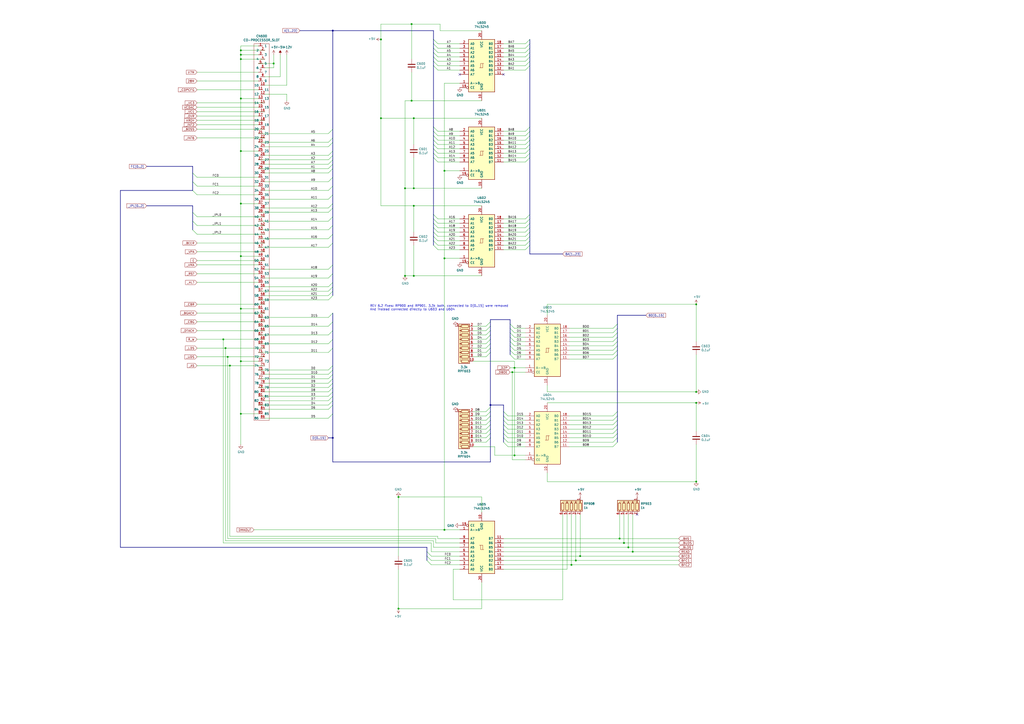
<source format=kicad_sch>
(kicad_sch (version 20230121) (generator eeschema)
  (paper "A2")
  (title_block (date "07/06/1987") (rev "6.2-a") (company "Commodore") (comment 1 "Drawn by: Dave Haynie") (comment 2 "Used on: A2000-CR") (comment 3 "Next Assy: 312725") (comment 4 "Assy: 312721"))
  (junction (at 234.95 160.02))
  (junction (at 297.18 215.9))
  (junction (at 257.81 307.34))
  (junction (at 139.7 240.03))
  (junction (at 403.86 176.53))
  (junction (at 240.03 109.22))
  (junction (at 403.86 279.4))
  (junction (at 231.14 353.06))
  (junction (at 133.35 212.09))
  (junction (at 139.7 118.11))
  (junction (at 158.75 36.83))
  (junction (at 361.95 314.96))
  (junction (at 334.01 325.12))
  (junction (at 139.7 179.07))
  (junction (at 234.95 109.22))
  (junction (at 240.03 68.58))
  (junction (at 130.81 201.93))
  (junction (at 129.54 196.85))
  (junction (at 257.81 149.86))
  (junction (at 193.04 254))
  (junction (at 238.76 13.97))
  (junction (at 193.04 17.78))
  (junction (at 139.7 148.59))
  (junction (at 139.7 209.55))
  (junction (at 139.7 57.15))
  (junction (at 403.86 227.33))
  (junction (at 139.7 29.21))
  (junction (at 367.03 320.04))
  (junction (at 240.03 119.38))
  (junction (at 331.47 327.66))
  (junction (at 359.41 312.42))
  (junction (at 284.48 234.95))
  (junction (at 298.45 213.36))
  (junction (at 298.45 264.16))
  (junction (at 403.86 233.68))
  (junction (at 139.7 34.29))
  (junction (at 220.98 22.86))
  (junction (at 240.03 160.02))
  (junction (at 139.7 31.75))
  (junction (at 364.49 317.5))
  (junction (at 220.98 68.58))
  (junction (at 238.76 58.42))
  (junction (at 336.55 322.58))
  (junction (at 231.14 288.29))
  (junction (at 132.08 207.01))
  (junction (at 257.81 99.06))
  (junction (at 139.7 87.63))
  (no_connect (at 369.57 298.45))
  (no_connect (at 292.1 43.18))
  (no_connect (at 266.7 43.18))
  (bus_entry (at 355.6 243.84) (size 2.54 -2.54))
  (bus_entry (at 304.8 40.64) (size 2.54 -2.54))
  (bus_entry (at 292.1 248.92) (size 2.54 2.54))
  (bus_entry (at 251.46 88.9) (size 2.54 2.54))
  (bus_entry (at 304.8 137.16) (size 2.54 -2.54))
  (bus_entry (at 190.5 120.65) (size 2.54 -2.54))
  (bus_entry (at 304.8 81.28) (size 2.54 -2.54))
  (bus_entry (at 292.1 251.46) (size 2.54 2.54))
  (bus_entry (at 295.91 193.04) (size 2.54 2.54))
  (bus_entry (at 190.5 156.21) (size 2.54 -2.54))
  (bus_entry (at 281.94 256.54) (size 2.54 -2.54))
  (bus_entry (at 281.94 189.23) (size 2.54 -2.54))
  (bus_entry (at 281.94 238.76) (size 2.54 -2.54))
  (bus_entry (at 304.8 129.54) (size 2.54 -2.54))
  (bus_entry (at 295.91 198.12) (size 2.54 2.54))
  (bus_entry (at 190.5 234.95) (size 2.54 -2.54))
  (bus_entry (at 247.65 322.58) (size 2.54 2.54))
  (bus_entry (at 111.76 123.19) (size 2.54 2.54))
  (bus_entry (at 111.76 133.35) (size 2.54 2.54))
  (bus_entry (at 281.94 201.93) (size 2.54 -2.54))
  (bus_entry (at 251.46 139.7) (size 2.54 2.54))
  (bus_entry (at 304.8 83.82) (size 2.54 -2.54))
  (bus_entry (at 190.5 92.71) (size 2.54 -2.54))
  (bus_entry (at 251.46 83.82) (size 2.54 2.54))
  (bus_entry (at 355.6 259.08) (size 2.54 -2.54))
  (bus_entry (at 355.6 190.5) (size 2.54 -2.54))
  (bus_entry (at 190.5 219.71) (size 2.54 -2.54))
  (bus_entry (at 251.46 73.66) (size 2.54 2.54))
  (bus_entry (at 355.6 251.46) (size 2.54 -2.54))
  (bus_entry (at 304.8 25.4) (size 2.54 -2.54))
  (bus_entry (at 304.8 139.7) (size 2.54 -2.54))
  (bus_entry (at 292.1 256.54) (size 2.54 2.54))
  (bus_entry (at 292.1 241.3) (size 2.54 2.54))
  (bus_entry (at 251.46 35.56) (size 2.54 2.54))
  (bus_entry (at 190.5 123.19) (size 2.54 -2.54))
  (bus_entry (at 251.46 127) (size 2.54 2.54))
  (bus_entry (at 304.8 127) (size 2.54 -2.54))
  (bus_entry (at 355.6 198.12) (size 2.54 -2.54))
  (bus_entry (at 190.5 222.25) (size 2.54 -2.54))
  (bus_entry (at 190.5 199.39) (size 2.54 -2.54))
  (bus_entry (at 355.6 208.28) (size 2.54 -2.54))
  (bus_entry (at 190.5 171.45) (size 2.54 -2.54))
  (bus_entry (at 304.8 76.2) (size 2.54 -2.54))
  (bus_entry (at 281.94 251.46) (size 2.54 -2.54))
  (bus_entry (at 190.5 184.15) (size 2.54 -2.54))
  (bus_entry (at 304.8 91.44) (size 2.54 -2.54))
  (bus_entry (at 355.6 246.38) (size 2.54 -2.54))
  (bus_entry (at 251.46 78.74) (size 2.54 2.54))
  (bus_entry (at 190.5 138.43) (size 2.54 -2.54))
  (bus_entry (at 190.5 115.57) (size 2.54 -2.54))
  (bus_entry (at 251.46 38.1) (size 2.54 2.54))
  (bus_entry (at 190.5 110.49) (size 2.54 -2.54))
  (bus_entry (at 190.5 168.91) (size 2.54 -2.54))
  (bus_entry (at 251.46 129.54) (size 2.54 2.54))
  (bus_entry (at 190.5 100.33) (size 2.54 -2.54))
  (bus_entry (at 355.6 254) (size 2.54 -2.54))
  (bus_entry (at 190.5 189.23) (size 2.54 -2.54))
  (bus_entry (at 295.91 203.2) (size 2.54 2.54))
  (bus_entry (at 295.91 187.96) (size 2.54 2.54))
  (bus_entry (at 281.94 248.92) (size 2.54 -2.54))
  (bus_entry (at 281.94 191.77) (size 2.54 -2.54))
  (bus_entry (at 190.5 143.51) (size 2.54 -2.54))
  (bus_entry (at 251.46 142.24) (size 2.54 2.54))
  (bus_entry (at 190.5 214.63) (size 2.54 -2.54))
  (bus_entry (at 190.5 95.25) (size 2.54 -2.54))
  (bus_entry (at 304.8 35.56) (size 2.54 -2.54))
  (bus_entry (at 190.5 166.37) (size 2.54 -2.54))
  (bus_entry (at 251.46 81.28) (size 2.54 2.54))
  (bus_entry (at 304.8 78.74) (size 2.54 -2.54))
  (bus_entry (at 292.1 246.38) (size 2.54 2.54))
  (bus_entry (at 251.46 91.44) (size 2.54 2.54))
  (bus_entry (at 247.65 325.12) (size 2.54 2.54))
  (bus_entry (at 281.94 241.3) (size 2.54 -2.54))
  (bus_entry (at 304.8 142.24) (size 2.54 -2.54))
  (bus_entry (at 295.91 205.74) (size 2.54 2.54))
  (bus_entry (at 281.94 207.01) (size 2.54 -2.54))
  (bus_entry (at 304.8 88.9) (size 2.54 -2.54))
  (bus_entry (at 251.46 132.08) (size 2.54 2.54))
  (bus_entry (at 190.5 85.09) (size 2.54 -2.54))
  (bus_entry (at 190.5 77.47) (size 2.54 -2.54))
  (bus_entry (at 281.94 194.31) (size 2.54 -2.54))
  (bus_entry (at 251.46 33.02) (size 2.54 2.54))
  (bus_entry (at 251.46 22.86) (size 2.54 2.54))
  (bus_entry (at 304.8 30.48) (size 2.54 -2.54))
  (bus_entry (at 355.6 256.54) (size 2.54 -2.54))
  (bus_entry (at 190.5 173.99) (size 2.54 -2.54))
  (bus_entry (at 281.94 204.47) (size 2.54 -2.54))
  (bus_entry (at 190.5 217.17) (size 2.54 -2.54))
  (bus_entry (at 190.5 90.17) (size 2.54 -2.54))
  (bus_entry (at 190.5 128.27) (size 2.54 -2.54))
  (bus_entry (at 295.91 200.66) (size 2.54 2.54))
  (bus_entry (at 355.6 203.2) (size 2.54 -2.54))
  (bus_entry (at 190.5 97.79) (size 2.54 -2.54))
  (bus_entry (at 355.6 248.92) (size 2.54 -2.54))
  (bus_entry (at 304.8 38.1) (size 2.54 -2.54))
  (bus_entry (at 251.46 124.46) (size 2.54 2.54))
  (bus_entry (at 190.5 133.35) (size 2.54 -2.54))
  (bus_entry (at 251.46 137.16) (size 2.54 2.54))
  (bus_entry (at 304.8 93.98) (size 2.54 -2.54))
  (bus_entry (at 295.91 190.5) (size 2.54 2.54))
  (bus_entry (at 281.94 196.85) (size 2.54 -2.54))
  (bus_entry (at 190.5 242.57) (size 2.54 -2.54))
  (bus_entry (at 251.46 25.4) (size 2.54 2.54))
  (bus_entry (at 111.76 110.49) (size 2.54 2.54))
  (bus_entry (at 190.5 227.33) (size 2.54 -2.54))
  (bus_entry (at 111.76 100.33) (size 2.54 2.54))
  (bus_entry (at 292.1 243.84) (size 2.54 2.54))
  (bus_entry (at 247.65 320.04) (size 2.54 2.54))
  (bus_entry (at 355.6 195.58) (size 2.54 -2.54))
  (bus_entry (at 190.5 224.79) (size 2.54 -2.54))
  (bus_entry (at 355.6 205.74) (size 2.54 -2.54))
  (bus_entry (at 190.5 237.49) (size 2.54 -2.54))
  (bus_entry (at 190.5 82.55) (size 2.54 -2.54))
  (bus_entry (at 355.6 193.04) (size 2.54 -2.54))
  (bus_entry (at 190.5 229.87) (size 2.54 -2.54))
  (bus_entry (at 304.8 144.78) (size 2.54 -2.54))
  (bus_entry (at 190.5 232.41) (size 2.54 -2.54))
  (bus_entry (at 251.46 27.94) (size 2.54 2.54))
  (bus_entry (at 355.6 241.3) (size 2.54 -2.54))
  (bus_entry (at 281.94 199.39) (size 2.54 -2.54))
  (bus_entry (at 292.1 254) (size 2.54 2.54))
  (bus_entry (at 111.76 105.41) (size 2.54 2.54))
  (bus_entry (at 251.46 30.48) (size 2.54 2.54))
  (bus_entry (at 281.94 254) (size 2.54 -2.54))
  (bus_entry (at 281.94 243.84) (size 2.54 -2.54))
  (bus_entry (at 304.8 27.94) (size 2.54 -2.54))
  (bus_entry (at 304.8 134.62) (size 2.54 -2.54))
  (bus_entry (at 251.46 86.36) (size 2.54 2.54))
  (bus_entry (at 295.91 195.58) (size 2.54 2.54))
  (bus_entry (at 292.1 238.76) (size 2.54 2.54))
  (bus_entry (at 190.5 161.29) (size 2.54 -2.54))
  (bus_entry (at 304.8 132.08) (size 2.54 -2.54))
  (bus_entry (at 190.5 194.31) (size 2.54 -2.54))
  (bus_entry (at 251.46 76.2) (size 2.54 2.54))
  (bus_entry (at 251.46 134.62) (size 2.54 2.54))
  (bus_entry (at 281.94 246.38) (size 2.54 -2.54))
  (bus_entry (at 190.5 204.47) (size 2.54 -2.54))
  (bus_entry (at 355.6 200.66) (size 2.54 -2.54))
  (bus_entry (at 190.5 105.41) (size 2.54 -2.54))
  (bus_entry (at 111.76 128.27) (size 2.54 2.54))
  (bus_entry (at 304.8 33.02) (size 2.54 -2.54))
  (bus_entry (at 304.8 86.36) (size 2.54 -2.54))
  (bus (pts (xy 307.34 88.9) (xy 307.34 91.44)))
  (wire (pts (xy 298.45 198.12) (xy 304.8 198.12)))
  (wire (pts (xy 153.67 186.69) (xy 114.3 186.69)))
  (wire (pts (xy 153.67 74.93) (xy 114.3 74.93)))
  (wire (pts (xy 266.7 139.7) (xy 254 139.7)))
  (wire (pts (xy 317.5 227.33) (xy 403.86 227.33)))
  (wire (pts (xy 254 312.42) (xy 254 311.15)))
  (bus (pts (xy 358.14 187.96) (xy 358.14 190.5)))
  (bus (pts (xy 358.14 190.5) (xy 358.14 193.04)))
  (wire (pts (xy 129.54 196.85) (xy 114.3 196.85)))
  (wire (pts (xy 257.81 149.86) (xy 266.7 149.86)))
  (wire (pts (xy 149.86 52.07) (xy 114.3 52.07)))
  (wire (pts (xy 292.1 30.48) (xy 304.8 30.48)))
  (bus (pts (xy 307.34 27.94) (xy 307.34 30.48)))
  (wire (pts (xy 153.67 161.29) (xy 190.5 161.29)))
  (wire (pts (xy 266.7 78.74) (xy 254 78.74)))
  (wire (pts (xy 266.7 325.12) (xy 250.19 325.12)))
  (wire (pts (xy 153.67 34.29) (xy 139.7 34.29)))
  (wire (pts (xy 149.86 143.51) (xy 190.5 143.51)))
  (wire (pts (xy 274.32 241.3) (xy 281.94 241.3)))
  (wire (pts (xy 331.47 327.66) (xy 393.7 327.66)))
  (bus (pts (xy 284.48 234.95) (xy 284.48 236.22)))
  (bus (pts (xy 307.34 139.7) (xy 307.34 142.24)))
  (wire (pts (xy 240.03 119.38) (xy 240.03 134.62)))
  (wire (pts (xy 317.5 182.88) (xy 317.5 176.53)))
  (bus (pts (xy 111.76 96.52) (xy 111.76 100.33)))
  (wire (pts (xy 317.5 279.4) (xy 403.86 279.4)))
  (bus (pts (xy 251.46 17.78) (xy 193.04 17.78)))
  (bus (pts (xy 193.04 181.61) (xy 193.04 186.69)))
  (wire (pts (xy 139.7 209.55) (xy 139.7 179.07)))
  (bus (pts (xy 284.48 185.42) (xy 284.48 186.69)))
  (wire (pts (xy 153.67 64.77) (xy 114.3 64.77)))
  (wire (pts (xy 149.86 102.87) (xy 114.3 102.87)))
  (bus (pts (xy 307.34 127) (xy 307.34 129.54)))
  (wire (pts (xy 149.86 26.67) (xy 139.7 26.67)))
  (wire (pts (xy 149.86 209.55) (xy 139.7 209.55)))
  (wire (pts (xy 292.1 27.94) (xy 304.8 27.94)))
  (wire (pts (xy 149.86 224.79) (xy 190.5 224.79)))
  (wire (pts (xy 330.2 256.54) (xy 355.6 256.54)))
  (wire (pts (xy 238.76 41.91) (xy 238.76 58.42)))
  (wire (pts (xy 166.37 54.61) (xy 166.37 58.42)))
  (wire (pts (xy 139.7 240.03) (xy 139.7 209.55)))
  (wire (pts (xy 292.1 76.2) (xy 304.8 76.2)))
  (bus (pts (xy 284.48 189.23) (xy 284.48 191.77)))
  (wire (pts (xy 274.32 251.46) (xy 281.94 251.46)))
  (wire (pts (xy 220.98 68.58) (xy 220.98 119.38)))
  (bus (pts (xy 307.34 81.28) (xy 307.34 83.82)))
  (bus (pts (xy 251.46 139.7) (xy 251.46 142.24)))
  (wire (pts (xy 279.4 58.42) (xy 238.76 58.42)))
  (wire (pts (xy 274.32 194.31) (xy 281.94 194.31)))
  (wire (pts (xy 292.1 91.44) (xy 304.8 91.44)))
  (bus (pts (xy 251.46 73.66) (xy 251.46 76.2)))
  (wire (pts (xy 294.64 246.38) (xy 304.8 246.38)))
  (wire (pts (xy 330.2 259.08) (xy 355.6 259.08)))
  (wire (pts (xy 298.45 200.66) (xy 304.8 200.66)))
  (wire (pts (xy 266.7 76.2) (xy 254 76.2)))
  (wire (pts (xy 153.67 171.45) (xy 190.5 171.45)))
  (bus (pts (xy 193.04 222.25) (xy 193.04 224.79)))
  (bus (pts (xy 193.04 229.87) (xy 193.04 232.41)))
  (wire (pts (xy 274.32 196.85) (xy 281.94 196.85)))
  (wire (pts (xy 153.67 222.25) (xy 190.5 222.25)))
  (wire (pts (xy 266.7 312.42) (xy 254 312.42)))
  (bus (pts (xy 307.34 142.24) (xy 307.34 147.32)))
  (bus (pts (xy 111.76 123.19) (xy 111.76 128.27)))
  (bus (pts (xy 292.1 241.3) (xy 292.1 243.84)))
  (wire (pts (xy 139.7 31.75) (xy 139.7 29.21)))
  (bus (pts (xy 251.46 91.44) (xy 251.46 124.46)))
  (bus (pts (xy 358.14 205.74) (xy 358.14 238.76)))
  (wire (pts (xy 294.64 251.46) (xy 304.8 251.46)))
  (wire (pts (xy 294.64 256.54) (xy 304.8 256.54)))
  (wire (pts (xy 153.67 135.89) (xy 114.3 135.89)))
  (bus (pts (xy 284.48 194.31) (xy 284.48 196.85)))
  (wire (pts (xy 255.27 13.97) (xy 238.76 13.97)))
  (wire (pts (xy 294.64 259.08) (xy 304.8 259.08)))
  (bus (pts (xy 251.46 83.82) (xy 251.46 86.36)))
  (wire (pts (xy 130.81 313.69) (xy 130.81 201.93)))
  (bus (pts (xy 193.04 168.91) (xy 193.04 171.45)))
  (bus (pts (xy 251.46 35.56) (xy 251.46 38.1)))
  (wire (pts (xy 287.02 264.16) (xy 298.45 264.16)))
  (wire (pts (xy 330.2 208.28) (xy 355.6 208.28)))
  (bus (pts (xy 284.48 185.42) (xy 295.91 185.42)))
  (wire (pts (xy 292.1 83.82) (xy 304.8 83.82)))
  (wire (pts (xy 330.2 198.12) (xy 355.6 198.12)))
  (bus (pts (xy 284.48 199.39) (xy 284.48 201.93)))
  (wire (pts (xy 317.5 233.68) (xy 403.86 233.68)))
  (wire (pts (xy 158.75 36.83) (xy 158.75 31.75)))
  (bus (pts (xy 358.14 251.46) (xy 358.14 254)))
  (wire (pts (xy 262.89 347.98) (xy 326.39 347.98)))
  (wire (pts (xy 149.86 153.67) (xy 114.3 153.67)))
  (wire (pts (xy 153.67 242.57) (xy 190.5 242.57)))
  (wire (pts (xy 292.1 137.16) (xy 304.8 137.16)))
  (wire (pts (xy 298.45 205.74) (xy 304.8 205.74)))
  (wire (pts (xy 114.3 62.23) (xy 149.86 62.23)))
  (bus (pts (xy 111.76 119.38) (xy 85.09 119.38)))
  (wire (pts (xy 238.76 34.29) (xy 238.76 13.97)))
  (wire (pts (xy 139.7 87.63) (xy 139.7 57.15)))
  (wire (pts (xy 292.1 139.7) (xy 304.8 139.7)))
  (wire (pts (xy 153.67 120.65) (xy 190.5 120.65)))
  (wire (pts (xy 238.76 58.42) (xy 234.95 58.42)))
  (wire (pts (xy 149.86 46.99) (xy 114.3 46.99)))
  (bus (pts (xy 193.04 80.01) (xy 193.04 82.55)))
  (bus (pts (xy 284.48 246.38) (xy 284.48 248.92)))
  (wire (pts (xy 266.7 27.94) (xy 254 27.94)))
  (wire (pts (xy 132.08 312.42) (xy 132.08 207.01)))
  (bus (pts (xy 307.34 30.48) (xy 307.34 33.02)))
  (wire (pts (xy 274.32 207.01) (xy 281.94 207.01)))
  (wire (pts (xy 240.03 109.22) (xy 279.4 109.22)))
  (wire (pts (xy 149.86 123.19) (xy 190.5 123.19)))
  (wire (pts (xy 149.86 179.07) (xy 139.7 179.07)))
  (bus (pts (xy 251.46 124.46) (xy 251.46 127)))
  (wire (pts (xy 149.86 107.95) (xy 114.3 107.95)))
  (bus (pts (xy 295.91 198.12) (xy 295.91 200.66)))
  (wire (pts (xy 287.02 259.08) (xy 287.02 264.16)))
  (bus (pts (xy 193.04 102.87) (xy 193.04 107.95)))
  (wire (pts (xy 252.73 314.96) (xy 252.73 312.42)))
  (wire (pts (xy 220.98 68.58) (xy 240.03 68.58)))
  (bus (pts (xy 251.46 78.74) (xy 251.46 81.28)))
  (wire (pts (xy 139.7 118.11) (xy 139.7 87.63)))
  (wire (pts (xy 250.19 320.04) (xy 250.19 314.96)))
  (wire (pts (xy 153.67 59.69) (xy 114.3 59.69)))
  (wire (pts (xy 330.2 246.38) (xy 355.6 246.38)))
  (wire (pts (xy 149.86 214.63) (xy 190.5 214.63)))
  (bus (pts (xy 358.14 243.84) (xy 358.14 246.38)))
  (wire (pts (xy 149.86 168.91) (xy 190.5 168.91)))
  (wire (pts (xy 403.86 233.68) (xy 403.86 250.19)))
  (wire (pts (xy 294.64 248.92) (xy 304.8 248.92)))
  (wire (pts (xy 231.14 288.29) (xy 231.14 322.58)))
  (wire (pts (xy 292.1 81.28) (xy 304.8 81.28)))
  (bus (pts (xy 284.48 201.93) (xy 284.48 204.47)))
  (bus (pts (xy 251.46 25.4) (xy 251.46 27.94)))
  (bus (pts (xy 307.34 76.2) (xy 307.34 78.74)))
  (bus (pts (xy 193.04 224.79) (xy 193.04 227.33)))
  (wire (pts (xy 257.81 307.34) (xy 147.32 307.34)))
  (wire (pts (xy 334.01 325.12) (xy 393.7 325.12)))
  (wire (pts (xy 149.86 87.63) (xy 139.7 87.63)))
  (wire (pts (xy 364.49 317.5) (xy 393.7 317.5)))
  (wire (pts (xy 266.7 127) (xy 254 127)))
  (wire (pts (xy 274.32 199.39) (xy 281.94 199.39)))
  (bus (pts (xy 251.46 137.16) (xy 251.46 139.7)))
  (bus (pts (xy 295.91 193.04) (xy 295.91 195.58)))
  (bus (pts (xy 307.34 91.44) (xy 307.34 124.46)))
  (wire (pts (xy 240.03 68.58) (xy 279.4 68.58)))
  (wire (pts (xy 153.67 85.09) (xy 190.5 85.09)))
  (wire (pts (xy 279.4 353.06) (xy 279.4 337.82)))
  (wire (pts (xy 336.55 322.58) (xy 336.55 298.45)))
  (wire (pts (xy 359.41 312.42) (xy 359.41 298.45)))
  (bus (pts (xy 111.76 119.38) (xy 111.76 123.19)))
  (wire (pts (xy 266.7 93.98) (xy 254 93.98)))
  (bus (pts (xy 358.14 182.88) (xy 358.14 187.96)))
  (bus (pts (xy 193.04 201.93) (xy 193.04 212.09)))
  (wire (pts (xy 266.7 317.5) (xy 251.46 317.5)))
  (bus (pts (xy 358.14 246.38) (xy 358.14 248.92)))
  (bus (pts (xy 358.14 254) (xy 358.14 256.54)))
  (bus (pts (xy 193.04 140.97) (xy 193.04 153.67)))
  (bus (pts (xy 295.91 195.58) (xy 295.91 198.12)))
  (wire (pts (xy 330.2 193.04) (xy 355.6 193.04)))
  (wire (pts (xy 149.86 240.03) (xy 139.7 240.03)))
  (wire (pts (xy 298.45 190.5) (xy 304.8 190.5)))
  (wire (pts (xy 139.7 179.07) (xy 139.7 148.59)))
  (bus (pts (xy 193.04 254) (xy 193.04 267.97)))
  (bus (pts (xy 111.76 128.27) (xy 111.76 133.35)))
  (wire (pts (xy 266.7 137.16) (xy 254 137.16)))
  (wire (pts (xy 294.64 254) (xy 304.8 254)))
  (wire (pts (xy 149.86 148.59) (xy 139.7 148.59)))
  (bus (pts (xy 251.46 38.1) (xy 251.46 73.66)))
  (bus (pts (xy 292.1 243.84) (xy 292.1 246.38)))
  (wire (pts (xy 129.54 314.96) (xy 129.54 196.85)))
  (wire (pts (xy 149.86 113.03) (xy 114.3 113.03)))
  (wire (pts (xy 153.67 166.37) (xy 190.5 166.37)))
  (wire (pts (xy 292.1 325.12) (xy 334.01 325.12)))
  (wire (pts (xy 274.32 259.08) (xy 287.02 259.08)))
  (wire (pts (xy 266.7 132.08) (xy 254 132.08)))
  (wire (pts (xy 240.03 119.38) (xy 279.4 119.38)))
  (wire (pts (xy 149.86 82.55) (xy 190.5 82.55)))
  (wire (pts (xy 334.01 325.12) (xy 334.01 298.45)))
  (bus (pts (xy 193.04 227.33) (xy 193.04 229.87)))
  (wire (pts (xy 292.1 40.64) (xy 304.8 40.64)))
  (wire (pts (xy 153.67 100.33) (xy 190.5 100.33)))
  (bus (pts (xy 292.1 248.92) (xy 292.1 251.46)))
  (wire (pts (xy 297.18 215.9) (xy 297.18 266.7)))
  (bus (pts (xy 284.48 251.46) (xy 284.48 254)))
  (bus (pts (xy 284.48 204.47) (xy 284.48 234.95)))
  (bus (pts (xy 193.04 74.93) (xy 193.04 80.01)))
  (wire (pts (xy 240.03 142.24) (xy 240.03 160.02)))
  (wire (pts (xy 266.7 33.02) (xy 254 33.02)))
  (bus (pts (xy 193.04 125.73) (xy 193.04 130.81)))
  (wire (pts (xy 298.45 195.58) (xy 304.8 195.58)))
  (wire (pts (xy 330.2 243.84) (xy 355.6 243.84)))
  (wire (pts (xy 231.14 353.06) (xy 279.4 353.06)))
  (bus (pts (xy 193.04 166.37) (xy 193.04 168.91)))
  (bus (pts (xy 292.1 238.76) (xy 292.1 241.3)))
  (wire (pts (xy 403.86 257.81) (xy 403.86 279.4)))
  (wire (pts (xy 220.98 13.97) (xy 220.98 22.86)))
  (wire (pts (xy 153.67 110.49) (xy 190.5 110.49)))
  (wire (pts (xy 274.32 189.23) (xy 281.94 189.23)))
  (wire (pts (xy 153.67 140.97) (xy 114.3 140.97)))
  (bus (pts (xy 358.14 193.04) (xy 358.14 195.58)))
  (wire (pts (xy 266.7 40.64) (xy 254 40.64)))
  (wire (pts (xy 133.35 212.09) (xy 114.3 212.09)))
  (wire (pts (xy 220.98 119.38) (xy 240.03 119.38)))
  (wire (pts (xy 153.67 212.09) (xy 133.35 212.09)))
  (bus (pts (xy 251.46 33.02) (xy 251.46 35.56)))
  (wire (pts (xy 149.86 57.15) (xy 139.7 57.15)))
  (wire (pts (xy 330.2 200.66) (xy 355.6 200.66)))
  (wire (pts (xy 149.86 234.95) (xy 190.5 234.95)))
  (bus (pts (xy 193.04 17.78) (xy 193.04 74.93)))
  (wire (pts (xy 257.81 99.06) (xy 266.7 99.06)))
  (wire (pts (xy 317.5 176.53) (xy 403.86 176.53)))
  (wire (pts (xy 298.45 264.16) (xy 304.8 264.16)))
  (wire (pts (xy 403.86 205.74) (xy 403.86 227.33)))
  (wire (pts (xy 149.86 97.79) (xy 190.5 97.79)))
  (wire (pts (xy 149.86 77.47) (xy 190.5 77.47)))
  (wire (pts (xy 298.45 209.55) (xy 298.45 213.36)))
  (wire (pts (xy 336.55 322.58) (xy 393.7 322.58)))
  (bus (pts (xy 284.48 254) (xy 284.48 267.97)))
  (wire (pts (xy 274.32 248.92) (xy 281.94 248.92)))
  (wire (pts (xy 139.7 34.29) (xy 139.7 31.75)))
  (wire (pts (xy 139.7 26.67) (xy 139.7 29.21)))
  (wire (pts (xy 274.32 204.47) (xy 281.94 204.47)))
  (bus (pts (xy 193.04 212.09) (xy 193.04 214.63)))
  (wire (pts (xy 292.1 320.04) (xy 367.03 320.04)))
  (bus (pts (xy 358.14 195.58) (xy 358.14 198.12)))
  (wire (pts (xy 295.91 213.36) (xy 298.45 213.36)))
  (bus (pts (xy 292.1 254) (xy 292.1 256.54)))
  (bus (pts (xy 307.34 78.74) (xy 307.34 81.28)))
  (wire (pts (xy 262.89 330.2) (xy 262.89 347.98)))
  (wire (pts (xy 326.39 347.98) (xy 326.39 298.45)))
  (bus (pts (xy 307.34 35.56) (xy 307.34 38.1)))
  (wire (pts (xy 274.32 243.84) (xy 281.94 243.84)))
  (wire (pts (xy 361.95 314.96) (xy 393.7 314.96)))
  (wire (pts (xy 257.81 99.06) (xy 257.81 149.86)))
  (wire (pts (xy 298.45 193.04) (xy 304.8 193.04)))
  (bus (pts (xy 193.04 267.97) (xy 284.48 267.97)))
  (wire (pts (xy 266.7 320.04) (xy 250.19 320.04)))
  (bus (pts (xy 193.04 232.41) (xy 193.04 234.95)))
  (bus (pts (xy 247.65 317.5) (xy 247.65 320.04)))
  (wire (pts (xy 251.46 313.69) (xy 130.81 313.69)))
  (wire (pts (xy 149.86 173.99) (xy 190.5 173.99)))
  (wire (pts (xy 149.86 92.71) (xy 190.5 92.71)))
  (bus (pts (xy 358.14 203.2) (xy 358.14 205.74)))
  (bus (pts (xy 193.04 196.85) (xy 193.04 201.93)))
  (wire (pts (xy 367.03 320.04) (xy 393.7 320.04)))
  (wire (pts (xy 292.1 330.2) (xy 328.93 330.2)))
  (wire (pts (xy 133.35 311.15) (xy 133.35 212.09)))
  (bus (pts (xy 247.65 317.5) (xy 69.85 317.5)))
  (wire (pts (xy 240.03 160.02) (xy 234.95 160.02)))
  (wire (pts (xy 166.37 49.53) (xy 166.37 31.75)))
  (bus (pts (xy 251.46 129.54) (xy 251.46 132.08)))
  (bus (pts (xy 307.34 38.1) (xy 307.34 73.66)))
  (wire (pts (xy 294.64 243.84) (xy 304.8 243.84)))
  (bus (pts (xy 358.14 248.92) (xy 358.14 251.46)))
  (wire (pts (xy 266.7 25.4) (xy 254 25.4)))
  (bus (pts (xy 193.04 82.55) (xy 193.04 87.63)))
  (wire (pts (xy 292.1 322.58) (xy 336.55 322.58)))
  (wire (pts (xy 153.67 95.25) (xy 190.5 95.25)))
  (wire (pts (xy 361.95 314.96) (xy 361.95 298.45)))
  (wire (pts (xy 279.4 288.29) (xy 231.14 288.29)))
  (wire (pts (xy 294.64 241.3) (xy 304.8 241.3)))
  (bus (pts (xy 292.1 246.38) (xy 292.1 248.92)))
  (bus (pts (xy 251.46 76.2) (xy 251.46 78.74)))
  (wire (pts (xy 149.86 199.39) (xy 190.5 199.39)))
  (wire (pts (xy 292.1 142.24) (xy 304.8 142.24)))
  (bus (pts (xy 251.46 22.86) (xy 251.46 25.4)))
  (wire (pts (xy 292.1 327.66) (xy 331.47 327.66)))
  (bus (pts (xy 193.04 158.75) (xy 193.04 163.83)))
  (wire (pts (xy 153.67 207.01) (xy 132.08 207.01)))
  (wire (pts (xy 139.7 148.59) (xy 139.7 118.11)))
  (wire (pts (xy 266.7 30.48) (xy 254 30.48)))
  (bus (pts (xy 193.04 87.63) (xy 193.04 90.17)))
  (wire (pts (xy 330.2 190.5) (xy 355.6 190.5)))
  (wire (pts (xy 153.67 49.53) (xy 166.37 49.53)))
  (wire (pts (xy 274.32 209.55) (xy 298.45 209.55)))
  (wire (pts (xy 153.67 201.93) (xy 130.81 201.93)))
  (wire (pts (xy 255.27 17.78) (xy 255.27 13.97)))
  (wire (pts (xy 149.86 229.87) (xy 190.5 229.87)))
  (bus (pts (xy 69.85 110.49) (xy 111.76 110.49)))
  (wire (pts (xy 266.7 144.78) (xy 254 144.78)))
  (bus (pts (xy 284.48 236.22) (xy 284.48 238.76)))
  (wire (pts (xy 274.32 256.54) (xy 281.94 256.54)))
  (wire (pts (xy 153.67 105.41) (xy 190.5 105.41)))
  (wire (pts (xy 114.3 72.39) (xy 149.86 72.39)))
  (bus (pts (xy 307.34 25.4) (xy 307.34 27.94)))
  (wire (pts (xy 240.03 68.58) (xy 240.03 83.82)))
  (wire (pts (xy 251.46 317.5) (xy 251.46 313.69)))
  (wire (pts (xy 149.86 219.71) (xy 190.5 219.71)))
  (bus (pts (xy 193.04 254) (xy 190.5 254)))
  (wire (pts (xy 266.7 129.54) (xy 254 129.54)))
  (bus (pts (xy 307.34 83.82) (xy 307.34 86.36)))
  (wire (pts (xy 149.86 194.31) (xy 190.5 194.31)))
  (bus (pts (xy 193.04 219.71) (xy 193.04 222.25)))
  (wire (pts (xy 297.18 266.7) (xy 304.8 266.7)))
  (wire (pts (xy 359.41 312.42) (xy 393.7 312.42)))
  (bus (pts (xy 251.46 88.9) (xy 251.46 91.44)))
  (wire (pts (xy 153.67 217.17) (xy 190.5 217.17)))
  (wire (pts (xy 281.94 238.76) (xy 274.32 238.76)))
  (wire (pts (xy 149.86 128.27) (xy 190.5 128.27)))
  (wire (pts (xy 238.76 13.97) (xy 220.98 13.97)))
  (wire (pts (xy 292.1 78.74) (xy 304.8 78.74)))
  (wire (pts (xy 266.7 322.58) (xy 250.19 322.58)))
  (bus (pts (xy 251.46 127) (xy 251.46 129.54)))
  (wire (pts (xy 298.45 203.2) (xy 304.8 203.2)))
  (wire (pts (xy 292.1 127) (xy 304.8 127)))
  (wire (pts (xy 328.93 330.2) (xy 328.93 298.45)))
  (wire (pts (xy 295.91 215.9) (xy 297.18 215.9)))
  (bus (pts (xy 295.91 200.66) (xy 295.91 203.2)))
  (wire (pts (xy 234.95 160.02) (xy 234.95 109.22)))
  (wire (pts (xy 266.7 48.26) (xy 257.81 48.26)))
  (wire (pts (xy 139.7 240.03) (xy 139.7 257.81)))
  (wire (pts (xy 240.03 91.44) (xy 240.03 109.22)))
  (bus (pts (xy 284.48 241.3) (xy 284.48 243.84)))
  (wire (pts (xy 297.18 215.9) (xy 304.8 215.9)))
  (wire (pts (xy 274.32 201.93) (xy 281.94 201.93)))
  (bus (pts (xy 358.14 241.3) (xy 358.14 243.84)))
  (wire (pts (xy 292.1 93.98) (xy 304.8 93.98)))
  (wire (pts (xy 266.7 307.34) (xy 257.81 307.34)))
  (wire (pts (xy 153.67 181.61) (xy 114.3 181.61)))
  (wire (pts (xy 153.67 237.49) (xy 190.5 237.49)))
  (bus (pts (xy 193.04 118.11) (xy 193.04 120.65)))
  (wire (pts (xy 279.4 17.78) (xy 255.27 17.78)))
  (wire (pts (xy 220.98 22.86) (xy 220.98 68.58)))
  (bus (pts (xy 193.04 214.63) (xy 193.04 217.17)))
  (wire (pts (xy 266.7 327.66) (xy 250.19 327.66)))
  (bus (pts (xy 284.48 248.92) (xy 284.48 251.46)))
  (bus (pts (xy 173.99 17.78) (xy 193.04 17.78)))
  (bus (pts (xy 193.04 97.79) (xy 193.04 102.87)))
  (wire (pts (xy 139.7 57.15) (xy 139.7 34.29)))
  (wire (pts (xy 292.1 144.78) (xy 304.8 144.78)))
  (wire (pts (xy 149.86 184.15) (xy 190.5 184.15)))
  (bus (pts (xy 251.46 30.48) (xy 251.46 33.02)))
  (wire (pts (xy 158.75 39.37) (xy 158.75 36.83)))
  (wire (pts (xy 149.86 138.43) (xy 190.5 138.43)))
  (wire (pts (xy 330.2 251.46) (xy 355.6 251.46)))
  (bus (pts (xy 358.14 200.66) (xy 358.14 203.2)))
  (wire (pts (xy 266.7 91.44) (xy 254 91.44)))
  (wire (pts (xy 292.1 35.56) (xy 304.8 35.56)))
  (wire (pts (xy 149.86 118.11) (xy 139.7 118.11)))
  (wire (pts (xy 403.86 176.53) (xy 403.86 198.12)))
  (wire (pts (xy 298.45 213.36) (xy 298.45 264.16)))
  (bus (pts (xy 193.04 107.95) (xy 193.04 113.03)))
  (wire (pts (xy 279.4 160.02) (xy 240.03 160.02)))
  (wire (pts (xy 266.7 330.2) (xy 262.89 330.2)))
  (wire (pts (xy 132.08 207.01) (xy 114.3 207.01)))
  (wire (pts (xy 153.67 232.41) (xy 190.5 232.41)))
  (bus (pts (xy 111.76 96.52) (xy 85.09 96.52)))
  (bus (pts (xy 307.34 73.66) (xy 307.34 76.2)))
  (wire (pts (xy 274.32 254) (xy 281.94 254)))
  (wire (pts (xy 266.7 314.96) (xy 252.73 314.96)))
  (wire (pts (xy 292.1 88.9) (xy 304.8 88.9)))
  (bus (pts (xy 284.48 191.77) (xy 284.48 194.31)))
  (wire (pts (xy 149.86 189.23) (xy 190.5 189.23)))
  (wire (pts (xy 130.81 201.93) (xy 114.3 201.93)))
  (wire (pts (xy 292.1 25.4) (xy 304.8 25.4)))
  (wire (pts (xy 331.47 327.66) (xy 331.47 298.45)))
  (wire (pts (xy 292.1 134.62) (xy 304.8 134.62)))
  (wire (pts (xy 153.67 156.21) (xy 190.5 156.21)))
  (wire (pts (xy 257.81 149.86) (xy 257.81 307.34)))
  (bus (pts (xy 284.48 243.84) (xy 284.48 246.38)))
  (wire (pts (xy 149.86 163.83) (xy 114.3 163.83)))
  (wire (pts (xy 153.67 39.37) (xy 158.75 39.37)))
  (bus (pts (xy 295.91 187.96) (xy 295.91 190.5)))
  (wire (pts (xy 149.86 36.83) (xy 158.75 36.83)))
  (wire (pts (xy 114.3 67.31) (xy 149.86 67.31)))
  (bus (pts (xy 284.48 196.85) (xy 284.48 199.39)))
  (bus (pts (xy 251.46 86.36) (xy 251.46 88.9)))
  (bus (pts (xy 193.04 95.25) (xy 193.04 97.79)))
  (wire (pts (xy 234.95 58.42) (xy 234.95 109.22)))
  (wire (pts (xy 149.86 31.75) (xy 139.7 31.75)))
  (bus (pts (xy 193.04 240.03) (xy 193.04 254)))
  (bus (pts (xy 307.34 33.02) (xy 307.34 35.56)))
  (bus (pts (xy 307.34 86.36) (xy 307.34 88.9)))
  (wire (pts (xy 330.2 254) (xy 355.6 254)))
  (wire (pts (xy 153.67 227.33) (xy 190.5 227.33)))
  (wire (pts (xy 292.1 38.1) (xy 304.8 38.1)))
  (wire (pts (xy 266.7 81.28) (xy 254 81.28)))
  (wire (pts (xy 153.67 151.13) (xy 114.3 151.13)))
  (wire (pts (xy 266.7 88.9) (xy 254 88.9)))
  (wire (pts (xy 292.1 33.02) (xy 304.8 33.02)))
  (wire (pts (xy 149.86 204.47) (xy 190.5 204.47)))
  (bus (pts (xy 247.65 322.58) (xy 247.65 325.12)))
  (bus (pts (xy 284.48 186.69) (xy 284.48 189.23)))
  (wire (pts (xy 153.67 115.57) (xy 190.5 115.57)))
  (wire (pts (xy 162.56 44.45) (xy 162.56 31.75)))
  (wire (pts (xy 257.81 48.26) (xy 257.81 99.06)))
  (bus (pts (xy 307.34 22.86) (xy 307.34 25.4)))
  (bus (pts (xy 307.34 147.32) (xy 326.39 147.32)))
  (wire (pts (xy 234.95 109.22) (xy 240.03 109.22)))
  (wire (pts (xy 149.86 41.91) (xy 114.3 41.91)))
  (wire (pts (xy 330.2 205.74) (xy 355.6 205.74)))
  (wire (pts (xy 266.7 38.1) (xy 254 38.1)))
  (bus (pts (xy 69.85 317.5) (xy 69.85 110.49)))
  (wire (pts (xy 330.2 248.92) (xy 355.6 248.92)))
  (wire (pts (xy 274.32 191.77) (xy 281.94 191.77)))
  (wire (pts (xy 266.7 142.24) (xy 254 142.24)))
  (bus (pts (xy 292.1 251.46) (xy 292.1 254)))
  (wire (pts (xy 330.2 195.58) (xy 355.6 195.58)))
  (bus (pts (xy 295.91 203.2) (xy 295.91 205.74)))
  (wire (pts (xy 274.32 246.38) (xy 281.94 246.38)))
  (wire (pts (xy 252.73 312.42) (xy 132.08 312.42)))
  (bus (pts (xy 193.04 130.81) (xy 193.04 135.89)))
  (wire (pts (xy 153.67 125.73) (xy 114.3 125.73)))
  (wire (pts (xy 330.2 241.3) (xy 355.6 241.3)))
  (bus (pts (xy 193.04 92.71) (xy 193.04 95.25)))
  (bus (pts (xy 307.34 137.16) (xy 307.34 139.7)))
  (wire (pts (xy 279.4 297.18) (xy 279.4 288.29)))
  (wire (pts (xy 139.7 29.21) (xy 153.67 29.21)))
  (bus (pts (xy 251.46 134.62) (xy 251.46 137.16)))
  (bus (pts (xy 193.04 234.95) (xy 193.04 240.03)))
  (bus (pts (xy 193.04 90.17) (xy 193.04 92.71)))
  (wire (pts (xy 153.67 130.81) (xy 114.3 130.81)))
  (wire (pts (xy 298.45 213.36) (xy 304.8 213.36)))
  (bus (pts (xy 193.04 135.89) (xy 193.04 140.97)))
  (wire (pts (xy 292.1 132.08) (xy 304.8 132.08)))
  (wire (pts (xy 153.67 54.61) (xy 166.37 54.61)))
  (wire (pts (xy 153.67 90.17) (xy 190.5 90.17)))
  (bus (pts (xy 251.46 81.28) (xy 251.46 83.82)))
  (wire (pts (xy 266.7 83.82) (xy 254 83.82)))
  (bus (pts (xy 358.14 182.88) (xy 374.65 182.88)))
  (wire (pts (xy 292.1 86.36) (xy 304.8 86.36)))
  (wire (pts (xy 153.67 69.85) (xy 114.3 69.85)))
  (bus (pts (xy 358.14 198.12) (xy 358.14 200.66)))
  (bus (pts (xy 251.46 132.08) (xy 251.46 134.62)))
  (wire (pts (xy 298.45 208.28) (xy 304.8 208.28)))
  (wire (pts (xy 250.19 314.96) (xy 129.54 314.96)))
  (wire (pts (xy 292.1 129.54) (xy 304.8 129.54)))
  (bus (pts (xy 193.04 163.83) (xy 193.04 166.37)))
  (bus (pts (xy 307.34 129.54) (xy 307.34 132.08)))
  (bus (pts (xy 247.65 320.04) (xy 247.65 322.58)))
  (wire (pts (xy 364.49 317.5) (xy 364.49 298.45)))
  (wire (pts (xy 317.5 274.32) (xy 317.5 279.4)))
  (bus (pts (xy 193.04 191.77) (xy 193.04 196.85)))
  (bus (pts (xy 251.46 27.94) (xy 251.46 30.48)))
  (bus (pts (xy 295.91 185.42) (xy 295.91 187.96)))
  (bus (pts (xy 307.34 124.46) (xy 307.34 127)))
  (wire (pts (xy 266.7 35.56) (xy 254 35.56)))
  (wire (pts (xy 153.67 146.05) (xy 114.3 146.05)))
  (bus (pts (xy 358.14 238.76) (xy 358.14 241.3)))
  (bus (pts (xy 111.76 100.33) (xy 111.76 105.41)))
  (bus (pts (xy 193.04 153.67) (xy 193.04 158.75)))
  (wire (pts (xy 153.67 191.77) (xy 114.3 191.77)))
  (wire (pts (xy 317.5 223.52) (xy 317.5 227.33)))
  (bus (pts (xy 284.48 234.95) (xy 292.1 234.95)))
  (wire (pts (xy 266.7 86.36) (xy 254 86.36)))
  (wire (pts (xy 231.14 330.2) (xy 231.14 353.06)))
  (bus (pts (xy 292.1 234.95) (xy 292.1 238.76)))
  (bus (pts (xy 284.48 238.76) (xy 284.48 241.3)))
  (wire (pts (xy 153.67 176.53) (xy 114.3 176.53)))
  (bus (pts (xy 111.76 105.41) (xy 111.76 110.49)))
  (bus (pts (xy 251.46 17.78) (xy 251.46 22.86)))
  (bus (pts (xy 295.91 190.5) (xy 295.91 193.04)))
  (wire (pts (xy 292.1 312.42) (xy 359.41 312.42)))
  (bus (pts (xy 193.04 217.17) (xy 193.04 219.71)))
  (bus (pts (xy 193.04 120.65) (xy 193.04 125.73)))
  (wire (pts (xy 292.1 317.5) (xy 364.49 317.5)))
  (bus (pts (xy 307.34 134.62) (xy 307.34 137.16)))
  (wire (pts (xy 266.7 134.62) (xy 254 134.62)))
  (bus (pts (xy 193.04 113.03) (xy 193.04 118.11)))
  (wire (pts (xy 292.1 314.96) (xy 361.95 314.96)))
  (wire (pts (xy 153.67 80.01) (xy 114.3 80.01)))
  (wire (pts (xy 153.67 44.45) (xy 162.56 44.45)))
  (bus (pts (xy 307.34 132.08) (xy 307.34 134.62)))
  (wire (pts (xy 254 311.15) (xy 133.35 311.15)))
  (wire (pts (xy 149.86 158.75) (xy 114.3 158.75)))
  (bus (pts (xy 193.04 186.69) (xy 193.04 191.77)))
  (wire (pts (xy 367.03 320.04) (xy 367.03 298.45)))
  (wire (pts (xy 149.86 133.35) (xy 190.5 133.35)))
  (wire (pts (xy 330.2 203.2) (xy 355.6 203.2)))
  (wire (pts (xy 153.67 196.85) (xy 129.54 196.85)))
  (text "REV 6.2 fixes: RP900 and RP901, 3.3k both, connected to D[0..15] were removed\nAnd instead connected directly to U603 and U604" (at 214.63 180.34 0) (effects (font (size 1.27 1.27)) (justify left bottom)))
  (label "D12" (at 299.72 248.92 0))
  (label "A5" (at 180.34 77.47 0))
  (label "D1" (at 180.34 219.71 0))
  (label "A17" (at 180.34 143.51 0))
  (label "BD14" (at 337.82 243.84 0))
  (label "A11" (at 180.34 115.57 0))
  (label "D6" (at 299.72 205.74 0))
  (label "D15" (at 275.59 256.54 0))
  (label "D12" (at 180.34 199.39 0))
  (label "A18" (at 180.34 156.21 0))
  (label "BD2" (at 337.82 195.58 0))
  (label "D11" (at 180.34 204.47 0))
  (label "D13" (at 180.34 194.31 0))
  (label "D15" (at 299.72 241.3 0))
  (label "A15" (at 260.35 93.98 0))
  (label "A1" (at 180.34 97.79 0))
  (label "BA7" (at 294.64 25.4 0))
  (label "BD8" (at 337.82 259.08 0))
  (label "BD12" (at 337.82 248.92 0))
  (label "A21" (at 180.34 171.45 0))
  (label "BD13" (at 337.82 246.38 0))
  (label "A5" (at 259.08 30.48 0))
  (label "A10" (at 180.34 110.49 0))
  (label "D11" (at 275.59 246.38 0))
  (label "A22" (at 260.35 142.24 0))
  (label "A18" (at 260.35 132.08 0))
  (label "D4" (at 299.72 200.66 0))
  (label "D6" (at 180.34 237.49 0))
  (label "BD6" (at 337.82 205.74 0))
  (label "D5" (at 180.34 242.57 0))
  (label "BA13" (at 294.64 88.9 0))
  (label "_IPL1" (at 123.19 130.81 0))
  (label "BA20" (at 294.64 137.16 0))
  (label "D4" (at 276.86 196.85 0))
  (label "BD1" (at 337.82 193.04 0))
  (label "D13" (at 275.59 251.46 0))
  (label "BA5" (at 294.64 30.48 0))
  (label "A1" (at 259.08 40.64 0))
  (label "FC1" (at 257.81 325.12 0))
  (label "A4" (at 259.08 33.02 0))
  (label "D2" (at 276.86 201.93 0))
  (label "_IPL0" (at 123.19 125.73 0))
  (label "A23" (at 180.34 173.99 0))
  (label "BA2" (at 294.64 38.1 0))
  (label "_IPL2" (at 123.19 135.89 0))
  (label "A12" (at 260.35 86.36 0))
  (label "D14" (at 180.34 189.23 0))
  (label "A9" (at 260.35 78.74 0))
  (label "D7" (at 276.86 189.23 0))
  (label "D10" (at 180.34 217.17 0))
  (label "D2" (at 180.34 224.79 0))
  (label "A8" (at 180.34 100.33 0))
  (label "D7" (at 299.72 208.28 0))
  (label "D0" (at 299.72 190.5 0))
  (label "FC2" (at 123.19 113.03 0))
  (label "BA16" (at 294.64 127 0))
  (label "BA14" (at 294.64 91.44 0))
  (label "A19" (at 260.35 134.62 0))
  (label "A7" (at 180.34 95.25 0))
  (label "D8" (at 180.34 227.33 0))
  (label "D8" (at 275.59 238.76 0))
  (label "A20" (at 260.35 137.16 0))
  (label "BA12" (at 294.64 86.36 0))
  (label "D0" (at 276.86 207.01 0))
  (label "D10" (at 299.72 254 0))
  (label "A20" (at 180.34 166.37 0))
  (label "A7" (at 259.08 25.4 0))
  (label "BD15" (at 337.82 241.3 0))
  (label "BA3" (at 294.64 35.56 0))
  (label "FC2" (at 257.81 327.66 0))
  (label "D7" (at 180.34 232.41 0))
  (label "BA11" (at 294.64 83.82 0))
  (label "D9" (at 299.72 256.54 0))
  (label "A13" (at 180.34 123.19 0))
  (label "BA23" (at 294.64 144.78 0))
  (label "BA8" (at 294.64 76.2 0))
  (label "D12" (at 275.59 248.92 0))
  (label "D8" (at 299.72 259.08 0))
  (label "A6" (at 259.08 27.94 0))
  (label "D13" (at 299.72 246.38 0))
  (label "D2" (at 299.72 195.58 0))
  (label "FC0" (at 257.81 322.58 0))
  (label "BA17" (at 294.64 129.54 0))
  (label "A3" (at 259.08 35.56 0))
  (label "FC0" (at 123.19 102.87 0))
  (label "BA21" (at 294.64 139.7 0))
  (label "BA19" (at 294.64 134.62 0))
  (label "A12" (at 180.34 120.65 0))
  (label "D5" (at 276.86 194.31 0))
  (label "D15" (at 180.34 184.15 0))
  (label "BA4" (at 294.64 33.02 0))
  (label "A14" (at 260.35 91.44 0))
  (label "D10" (at 275.59 243.84 0))
  (label "D3" (at 276.86 199.39 0))
  (label "D9" (at 275.59 241.3 0))
  (label "D9" (at 180.34 222.25 0))
  (label "BD4" (at 337.82 200.66 0))
  (label "D5" (at 299.72 203.2 0))
  (label "A15" (at 180.34 133.35 0))
  (label "D1" (at 276.86 204.47 0))
  (label "D4" (at 180.34 234.95 0))
  (label "D14" (at 275.59 254 0))
  (label "D3" (at 299.72 198.12 0))
  (label "D1" (at 299.72 193.04 0))
  (label "BA15" (at 294.64 93.98 0))
  (label "D14" (at 299.72 243.84 0))
  (label "BD5" (at 337.82 203.2 0))
  (label "A13" (at 260.35 88.9 0))
  (label "BD0" (at 337.82 190.5 0))
  (label "BA18" (at 294.64 132.08 0))
  (label "BD9" (at 337.82 256.54 0))
  (label "A11" (at 260.35 83.82 0))
  (label "BA1" (at 294.64 40.64 0))
  (label "D3" (at 180.34 229.87 0))
  (label "FC1" (at 123.19 107.95 0))
  (label "A6" (at 180.34 82.55 0))
  (label "BA10" (at 294.64 81.28 0))
  (label "A17" (at 260.35 129.54 0))
  (label "A4" (at 180.34 85.09 0))
  (label "D6" (at 276.86 191.77 0))
  (label "A10" (at 260.35 81.28 0))
  (label "A19" (at 180.34 161.29 0))
  (label "A23" (at 260.35 144.78 0))
  (label "D11" (at 299.72 251.46 0))
  (label "A9" (at 180.34 105.41 0))
  (label "BD10" (at 337.82 254 0))
  (label "BD11" (at 337.82 251.46 0))
  (label "A22" (at 180.34 168.91 0))
  (label "A2" (at 180.34 92.71 0))
  (label "A14" (at 180.34 128.27 0))
  (label "A21" (at 260.35 139.7 0))
  (label "A16" (at 260.35 127 0))
  (label "A8" (at 260.35 76.2 0))
  (label "BA9" (at 294.64 78.74 0))
  (label "D0" (at 180.34 214.63 0))
  (label "A3" (at 180.34 90.17 0))
  (label "A2" (at 259.08 38.1 0))
  (label "BA22" (at 294.64 142.24 0))
  (label "BA6" (at 294.64 27.94 0))
  (label "BD7" (at 337.82 208.28 0))
  (label "A16" (at 180.34 138.43 0))
  (label "BD3" (at 337.82 198.12 0))
  (global_label "READ" (shape input) (at 393.7 320.04 0) (property "Intersheetrefs" "${INTERSHEET_REFS}" (effects hide)))
  (global_label "R_W" (shape input) (at 114.3 196.85 180) (property "Intersheetrefs" "${INTERSHEET_REFS}" (effects hide)))
  (global_label "DMAOUT" (shape input) (at 147.32 307.34 180) (property "Intersheetrefs" "${INTERSHEET_REFS}" (effects hide)))
  (global_label "_IPL[0..2]" (shape input) (at 85.09 119.38 180) (property "Intersheetrefs" "${INTERSHEET_REFS}" (effects hide)))
  (global_label "_BGACK" (shape input) (at 114.3 181.61 180) (property "Intersheetrefs" "${INTERSHEET_REFS}" (effects hide)))
  (global_label "_DTACK" (shape input) (at 114.3 191.77 180) (property "Intersheetrefs" "${INTERSHEET_REFS}" (effects hide)))
  (global_label "D[0..15]" (shape input) (at 190.5 254 180) (property "Intersheetrefs" "${INTERSHEET_REFS}" (effects hide)))
  (global_label "_BEER" (shape input) (at 114.3 140.97 180) (property "Intersheetrefs" "${INTERSHEET_REFS}" (effects hide)))
  (global_label "_INT2" (shape input) (at 114.3 72.39 180) (property "Intersheetrefs" "${INTERSHEET_REFS}" (effects hide)))
  (global_label "_VPA" (shape input) (at 114.3 146.05 180) (property "Intersheetrefs" "${INTERSHEET_REFS}" (effects hide)))
  (global_label "_UDS" (shape input) (at 114.3 207.01 180) (property "Intersheetrefs" "${INTERSHEET_REFS}" (effects hide)))
  (global_label "A[1..23]" (shape input) (at 173.99 17.78 180) (property "Intersheetrefs" "${INTERSHEET_REFS}" (effects hide)))
  (global_label "BFC0" (shape input) (at 393.7 322.58 0) (property "Intersheetrefs" "${INTERSHEET_REFS}" (effects hide)))
  (global_label "_INT6" (shape input) (at 114.3 80.01 180) (property "Intersheetrefs" "${INTERSHEET_REFS}" (effects hide)))
  (global_label "_DBOE" (shape input) (at 295.91 215.9 180) (property "Intersheetrefs" "${INTERSHEET_REFS}" (effects hide)))
  (global_label "BFC2" (shape input) (at 393.7 327.66 0) (property "Intersheetrefs" "${INTERSHEET_REFS}" (effects hide)))
  (global_label "XRDY" (shape input) (at 114.3 69.85 180) (property "Intersheetrefs" "${INTERSHEET_REFS}" (effects hide)))
  (global_label "_D2P" (shape input) (at 295.91 213.36 180) (property "Intersheetrefs" "${INTERSHEET_REFS}" (effects hide)))
  (global_label "_COPCFG" (shape input) (at 114.3 52.07 180) (property "Intersheetrefs" "${INTERSHEET_REFS}" (effects hide)))
  (global_label "_VMA" (shape input) (at 114.3 153.67 180) (property "Intersheetrefs" "${INTERSHEET_REFS}" (effects hide)))
  (global_label "FC[0..2]" (shape input) (at 85.09 96.52 180) (property "Intersheetrefs" "${INTERSHEET_REFS}" (effects hide)))
  (global_label "VCDAC" (shape input) (at 114.3 62.23 180) (property "Intersheetrefs" "${INTERSHEET_REFS}" (effects hide)))
  (global_label "_LDS" (shape input) (at 114.3 201.93 180) (property "Intersheetrefs" "${INTERSHEET_REFS}" (effects hide)))
  (global_label "_HLT" (shape input) (at 114.3 163.83 180) (property "Intersheetrefs" "${INTERSHEET_REFS}" (effects hide)))
  (global_label "_VC1" (shape input) (at 114.3 64.77 180) (property "Intersheetrefs" "${INTERSHEET_REFS}" (effects hide)))
  (global_label "_BOSS" (shape input) (at 114.3 74.93 180) (property "Intersheetrefs" "${INTERSHEET_REFS}" (effects hide)))
  (global_label "E" (shape input) (at 114.3 151.13 180) (property "Intersheetrefs" "${INTERSHEET_REFS}" (effects hide)))
  (global_label "BFC1" (shape input) (at 393.7 325.12 0) (property "Intersheetrefs" "${INTERSHEET_REFS}" (effects hide)))
  (global_label "_CBR" (shape input) (at 114.3 176.53 180) (property "Intersheetrefs" "${INTERSHEET_REFS}" (effects hide)))
  (global_label "_BUDS" (shape input) (at 393.7 314.96 0) (property "Intersheetrefs" "${INTERSHEET_REFS}" (effects hide)))
  (global_label "_CBG" (shape input) (at 114.3 186.69 180) (property "Intersheetrefs" "${INTERSHEET_REFS}" (effects hide)))
  (global_label "28M" (shape input) (at 114.3 46.99 180) (property "Intersheetrefs" "${INTERSHEET_REFS}" (effects hide)))
  (global_label "_VC3" (shape input) (at 114.3 59.69 180) (property "Intersheetrefs" "${INTERSHEET_REFS}" (effects hide)))
  (global_label "_BLDS" (shape input) (at 393.7 317.5 0) (property "Intersheetrefs" "${INTERSHEET_REFS}" (effects hide)))
  (global_label "_AS" (shape input) (at 114.3 212.09 180) (property "Intersheetrefs" "${INTERSHEET_REFS}" (effects hide)))
  (global_label "BD[0..15]" (shape input) (at 374.65 182.88 0) (property "Intersheetrefs" "${INTERSHEET_REFS}" (effects hide)))
  (global_label "_RST" (shape input) (at 114.3 158.75 180) (property "Intersheetrefs" "${INTERSHEET_REFS}" (effects hide)))
  (global_label "V7M" (shape input) (at 114.3 41.91 180) (property "Intersheetrefs" "${INTERSHEET_REFS}" (effects hide)))
  (global_label "_BAS" (shape input) (at 393.7 312.42 0) (property "Intersheetrefs" "${INTERSHEET_REFS}" (effects hide)))
  (global_label "BA[1..23]" (shape input) (at 326.39 147.32 0) (property "Intersheetrefs" "${INTERSHEET_REFS}" (effects hide)))
  (global_label "_OVR" (shape input) (at 114.3 67.31 180) (property "Intersheetrefs" "${INTERSHEET_REFS}" (effects hide)))
  (symbol (lib_id "power:GND") (at 264.16 189.23 180) (unit 1)
    (property "Reference" "#PWR0217" (effects hide))
    (property "Value" "GND" (at 264.033 184.8358 0))
  )
  (symbol (lib_id "power:GND") (at 264.16 238.76 180) (unit 1)
    (property "Reference" "#PWR0218" (effects hide))
    (property "Value" "GND" (at 264.033 234.3658 0))
  )
  (symbol (lib_id "amiga_customs:CO-PROCESSOR_SLOT") (at 151.13 25.4 0) (unit 1)
    (property "Reference" "CN600" (at 151.765 20.955 0))
    (property "Value" "CO-PROCESSOR_SLOT" (at 151.765 23.2664 0))
    (property "Footprint" "d_amiga:COPRO" (effects hide))
  )
  (symbol (lib_id "power:GND") (at 139.7 257.81 0) (unit 1)
    (property "Reference" "#PWR0229" (effects hide))
    (property "Value" "GND" (at 139.827 262.2042 0))
  )
  (symbol (lib_id "power:GND") (at 166.37 58.42 0) (unit 1)
    (property "Reference" "#PWR0239" (effects hide))
    (property "Value" "GND" (at 166.497 62.8142 0))
  )
  (symbol (lib_id "power:+5V") (at 158.75 31.75 0) (unit 1)
    (property "Reference" "#PWR0231" (effects hide))
    (property "Value" "+5V" (at 159.131 27.3558 0))
  )
  (symbol (lib_id "power:-5V") (at 162.56 31.75 0) (unit 1)
    (property "Reference" "#PWR0237" (effects hide))
    (property "Value" "-5V" (at 162.941 27.3558 0))
  )
  (symbol (lib_id "power:+12V") (at 166.37 31.75 0) (unit 1)
    (property "Reference" "#PWR0238" (effects hide))
    (property "Value" "+12V" (at 166.751 27.3558 0))
  )
  (symbol (lib_id "74xx:74LS245") (at 279.4 38.1 0) (unit 1)
    (property "Reference" "U600" (at 279.4 13.1826 0))
    (property "Value" "74LS245" (at 279.4 15.494 0))
    (property "Footprint" "Package_DIP:DIP-20_W7.62mm_Socket" (effects hide))
    (property "Datasheet" "http://www.ti.com/lit/gpn/sn74LS245" (effects hide))
    (property "RefOrder" "595-SN74LS245N" (effects hide))
  )
  (symbol (lib_id "74xx:74LS245") (at 279.4 88.9 0) (unit 1)
    (property "Reference" "U601" (at 279.4 63.9826 0))
    (property "Value" "74LS245" (at 279.4 66.294 0))
    (property "Footprint" "Package_DIP:DIP-20_W7.62mm_Socket" (effects hide))
    (property "Datasheet" "http://www.ti.com/lit/gpn/sn74LS245" (effects hide))
    (property "RefOrder" "595-SN74LS245N" (effects hide))
  )
  (symbol (lib_id "74xx:74LS245") (at 279.4 139.7 0) (unit 1)
    (property "Reference" "U602" (at 279.4 114.7826 0))
    (property "Value" "74ALS245" (at 279.4 117.094 0))
    (property "Footprint" "Package_DIP:DIP-20_W7.62mm_Socket" (effects hide))
    (property "Datasheet" "http://www.ti.com/lit/ds/symlink/sn74als245a.pdf" (effects hide))
    (property "RefOrder" "595-SN74ALS245AN" (effects hide))
  )
  (symbol (lib_id "74xx:74LS245") (at 317.5 203.2 0) (unit 1)
    (property "Reference" "U603" (at 317.5 178.2826 0))
    (property "Value" "74LS245" (at 317.5 180.594 0))
    (property "Footprint" "Package_DIP:DIP-20_W7.62mm_Socket" (effects hide))
    (property "Datasheet" "http://www.ti.com/lit/gpn/sn74LS245" (effects hide))
    (property "RefOrder" "595-SN74LS245N" (effects hide))
  )
  (symbol (lib_id "74xx:74LS245") (at 317.5 254 0) (unit 1)
    (property "Reference" "U604" (at 317.5 229.0826 0))
    (property "Value" "74LS245" (at 317.5 231.394 0))
    (property "Footprint" "Package_DIP:DIP-20_W7.62mm_Socket" (effects hide))
    (property "Datasheet" "http://www.ti.com/lit/gpn/sn74LS245" (effects hide))
    (property "RefOrder" "595-SN74LS245N" (effects hide))
  )
  (symbol (lib_id "74xx:74LS245") (at 279.4 317.5 0) (mirror x) (unit 1)
    (property "Reference" "U605" (at 279.4 292.5826 0))
    (property "Value" "74ALS245" (at 279.4 294.894 0))
    (property "Footprint" "Package_DIP:DIP-20_W7.62mm_Socket" (effects hide))
    (property "Datasheet" "http://www.ti.com/lit/ds/symlink/sn74als245a.pdf" (effects hide))
    (property "RefOrder" "595-SN74ALS245AN" (effects hide))
  )
  (symbol (lib_id "power:GND") (at 266.7 50.8 0) (unit 1)
    (property "Reference" "#PWR0246" (effects hide))
    (property "Value" "GND" (at 266.827 55.1942 0))
  )
  (symbol (lib_id "power:GND") (at 266.7 101.6 0) (unit 1)
    (property "Reference" "#PWR0247" (effects hide))
    (property "Value" "GND" (at 266.827 105.9942 0))
  )
  (symbol (lib_id "power:GND") (at 266.7 152.4 0) (unit 1)
    (property "Reference" "#PWR0248" (effects hide))
    (property "Value" "GND" (at 266.827 156.7942 0))
  )
  (symbol (lib_id "power:+5V") (at 220.98 22.86 90) (unit 1)
    (property "Reference" "#PWR0240" (effects hide))
    (property "Value" "+5V" (at 217.7288 22.479 90) (effects (justify left)))
  )
  (symbol (lib_id "power:GND") (at 234.95 160.02 0) (unit 1)
    (property "Reference" "#PWR0243" (effects hide))
    (property "Value" "GND" (at 235.077 164.4142 0))
  )
  (symbol (lib_id "Device:C") (at 240.03 138.43 0) (unit 1)
    (property "Reference" "C602" (at 242.951 137.2616 0) (effects (justify left)))
    (property "Value" "0.1uF" (at 242.951 139.573 0) (effects (justify left)))
    (property "Footprint" "Capacitor_THT:C_Rect_L11.5mm_W2.6mm_P10.00mm_MKT" (effects hide))
    (property "RefOrder" "581-SA105C104KARC" (effects hide))
  )
  (symbol (lib_id "Device:C") (at 240.03 87.63 0) (unit 1)
    (property "Reference" "C601" (at 242.951 86.4616 0) (effects (justify left)))
    (property "Value" "0.1uF" (at 242.951 88.773 0) (effects (justify left)))
    (property "Footprint" "Capacitor_THT:C_Rect_L11.5mm_W2.6mm_P10.00mm_MKT" (effects hide))
    (property "RefOrder" "581-SA105C104KARC" (effects hide))
  )
  (symbol (lib_id "Device:C") (at 238.76 38.1 0) (unit 1)
    (property "Reference" "C600" (at 241.681 36.9316 0) (effects (justify left)))
    (property "Value" "0.1uF" (at 241.681 39.243 0) (effects (justify left)))
    (property "Footprint" "Capacitor_THT:C_Rect_L11.5mm_W2.6mm_P10.00mm_MKT" (effects hide))
    (property "RefOrder" "581-SA105C104KARC" (effects hide))
  )
  (symbol (lib_id "power:GND") (at 266.7 304.8 270) (unit 1)
    (property "Reference" "#PWR0249" (effects hide))
    (property "Value" "GND" (at 263.4488 304.927 90) (effects (justify right)))
  )
  (symbol (lib_id "Device:R_Network05") (at 331.47 293.37 0) (mirror y) (unit 1)
    (property "Reference" "RP908" (at 338.582 292.2016 0) (effects (justify right)))
    (property "Value" "1k" (at 338.582 294.513 0) (effects (justify right)))
    (property "Footprint" "Resistor_THT:R_Array_SIP6" (effects hide))
    (property "Datasheet" "http://www.vishay.com/docs/31509/csc.pdf" (effects hide))
    (property "RefOrder" "652-4606M-1LF-1K" (effects hide))
  )
  (symbol (lib_id "Device:R_Network05") (at 364.49 293.37 0) (mirror y) (unit 1)
    (property "Reference" "RP903" (at 371.602 292.2016 0) (effects (justify right)))
    (property "Value" "1k" (at 371.602 294.513 0) (effects (justify right)))
    (property "Footprint" "Resistor_THT:R_Array_SIP6" (effects hide))
    (property "Datasheet" "http://www.vishay.com/docs/31509/csc.pdf" (effects hide))
    (property "RefOrder" "652-4606M-1LF-1K" (effects hide))
  )
  (symbol (lib_id "power:+5V") (at 336.55 288.29 0) (unit 1)
    (property "Reference" "#PWR0250" (effects hide))
    (property "Value" "+5V" (at 336.931 283.8958 0))
  )
  (symbol (lib_id "power:+5V") (at 369.57 288.29 0) (unit 1)
    (property "Reference" "#PWR0251" (effects hide))
    (property "Value" "+5V" (at 369.951 283.8958 0))
  )
  (symbol (lib_id "Device:R_Network09") (at 269.24 248.92 90) (mirror x) (unit 1)
    (property "Reference" "RPF604" (at 269.24 264.795 90))
    (property "Value" "3.3k" (at 269.24 262.4836 90))
    (property "Footprint" "Resistor_THT:R_Array_SIP10" (effects hide))
    (property "Datasheet" "http://www.vishay.com/docs/31509/csc.pdf" (effects hide))
    (property "RefOrder" "652-4610X-1LF-3.3K" (effects hide))
  )
  (symbol (lib_id "Device:R_Network09") (at 269.24 199.39 90) (mirror x) (unit 1)
    (property "Reference" "RPF603" (at 269.24 215.265 90))
    (property "Value" "3.3k" (at 269.24 212.9536 90))
    (property "Footprint" "Resistor_THT:R_Array_SIP10" (effects hide))
    (property "Datasheet" "http://www.vishay.com/docs/31509/csc.pdf" (effects hide))
    (property "RefOrder" "652-4610X-1LF-3.3K" (effects hide))
  )
  (symbol (lib_id "Device:C") (at 403.86 201.93 0) (unit 1)
    (property "Reference" "C603" (at 406.781 200.7616 0) (effects (justify left)))
    (property "Value" "0.1uF" (at 406.781 203.073 0) (effects (justify left)))
    (property "Footprint" "Capacitor_THT:C_Rect_L11.5mm_W2.6mm_P10.00mm_MKT" (effects hide))
    (property "RefOrder" "581-SA105C104KARC" (effects hide))
  )
  (symbol (lib_id "Device:C") (at 403.86 254 0) (unit 1)
    (property "Reference" "C604" (at 406.781 252.8316 0) (effects (justify left)))
    (property "Value" "0.1uF" (at 406.781 255.143 0) (effects (justify left)))
    (property "Footprint" "Capacitor_THT:C_Rect_L11.5mm_W2.6mm_P10.00mm_MKT" (effects hide))
    (property "RefOrder" "581-SA105C104KARC" (effects hide))
  )
  (symbol (lib_id "power:+5V") (at 403.86 176.53 0) (unit 1)
    (property "Reference" "#PWR0252" (effects hide))
    (property "Value" "+5V" (at 404.241 172.1358 0))
  )
  (symbol (lib_id "power:+5V") (at 403.86 233.68 270) (unit 1)
    (property "Reference" "#PWR0254" (effects hide))
    (property "Value" "+5V" (at 407.1112 234.061 90) (effects (justify left)))
  )
  (symbol (lib_id "power:GND") (at 403.86 227.33 90) (unit 1)
    (property "Reference" "#PWR0253" (effects hide))
    (property "Value" "GND" (at 407.1112 227.203 90) (effects (justify right)))
  )
  (symbol (lib_id "power:GND") (at 403.86 279.4 0) (unit 1)
    (property "Reference" "#PWR0255" (effects hide))
    (property "Value" "GND" (at 403.987 283.7942 0))
  )
  (symbol (lib_id "Device:C") (at 231.14 326.39 0) (unit 1)
    (property "Reference" "C605" (at 234.061 325.2216 0) (effects (justify left)))
    (property "Value" "0.1uF" (at 234.061 327.533 0) (effects (justify left)))
    (property "Footprint" "Capacitor_THT:C_Rect_L11.5mm_W2.6mm_P10.00mm_MKT" (effects hide))
    (property "RefOrder" "581-SA105C104KARC" (effects hide))
  )
  (symbol (lib_id "power:GND") (at 231.14 288.29 180) (unit 1)
    (property "Reference" "#PWR0241" (effects hide))
    (property "Value" "GND" (at 231.013 283.8958 0))
  )
  (symbol (lib_id "power:+5V") (at 231.14 353.06 180) (unit 1)
    (property "Reference" "#PWR0242" (effects hide))
    (property "Value" "+5V" (at 230.759 357.4542 0))
  )
)
</source>
